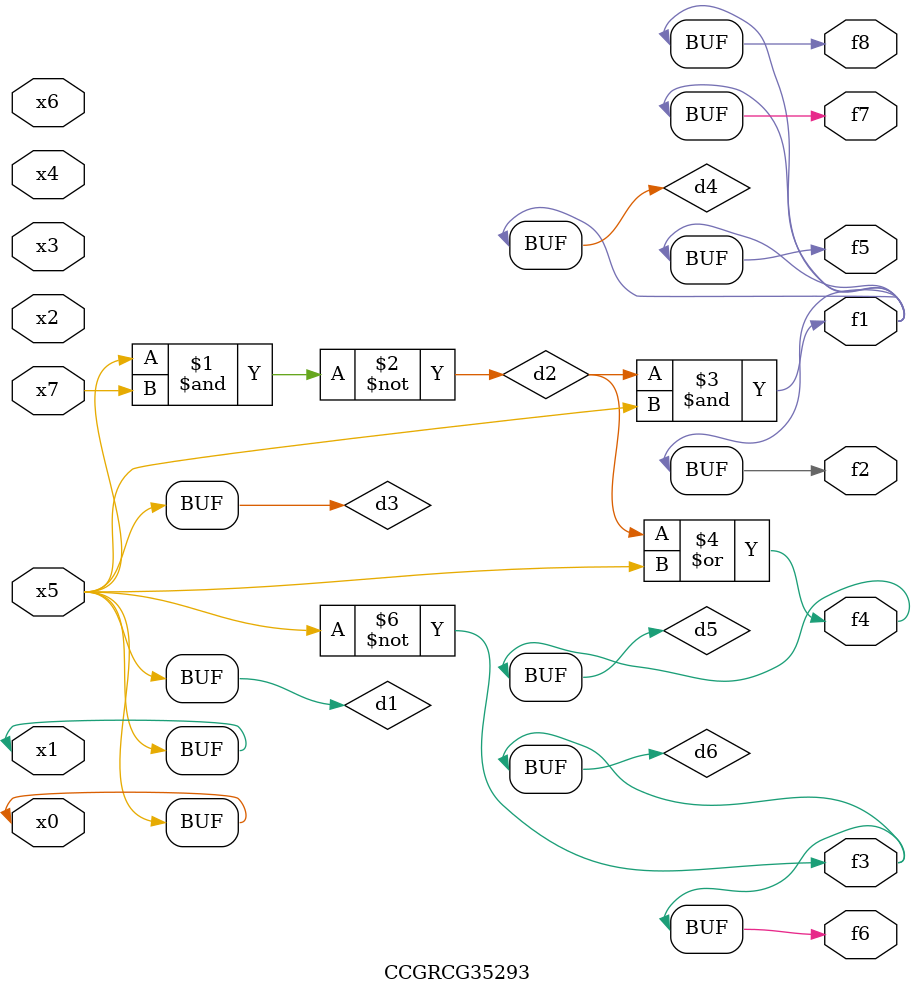
<source format=v>
module CCGRCG35293(
	input x0, x1, x2, x3, x4, x5, x6, x7,
	output f1, f2, f3, f4, f5, f6, f7, f8
);

	wire d1, d2, d3, d4, d5, d6;

	buf (d1, x0, x5);
	nand (d2, x5, x7);
	buf (d3, x0, x1);
	and (d4, d2, d3);
	or (d5, d2, d3);
	nor (d6, d1, d3);
	assign f1 = d4;
	assign f2 = d4;
	assign f3 = d6;
	assign f4 = d5;
	assign f5 = d4;
	assign f6 = d6;
	assign f7 = d4;
	assign f8 = d4;
endmodule

</source>
